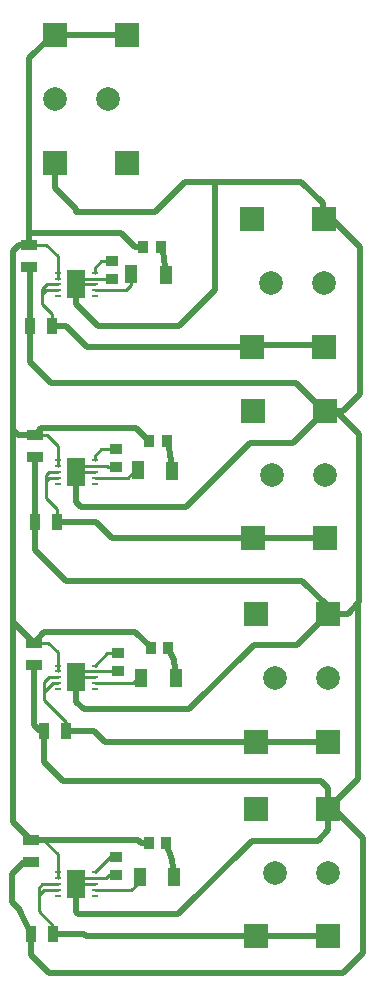
<source format=gtl>
G04 (created by PCBNEW (2013-08-24 BZR 4298)-stable) date Sat 01 Feb 2014 02:51:32 PM PST*
%MOIN*%
G04 Gerber Fmt 3.4, Leading zero omitted, Abs format*
%FSLAX34Y34*%
G01*
G70*
G90*
G04 APERTURE LIST*
%ADD10C,0.005906*%
%ADD11R,0.035400X0.039400*%
%ADD12R,0.039400X0.035400*%
%ADD13C,0.078700*%
%ADD14R,0.078700X0.078700*%
%ADD15R,0.055000X0.035000*%
%ADD16R,0.035000X0.055000*%
%ADD17R,0.039400X0.059100*%
%ADD18R,0.039400X0.061000*%
%ADD19R,0.023622X0.009843*%
%ADD20R,0.059055X0.092520*%
%ADD21C,0.015748*%
%ADD22C,0.019685*%
%ADD23C,0.009843*%
G04 APERTURE END LIST*
G54D10*
G54D11*
X33236Y-51106D03*
X32644Y-51106D03*
X33063Y-31228D03*
X32471Y-31228D03*
X33307Y-44598D03*
X32715Y-44598D03*
X33256Y-37688D03*
X32664Y-37688D03*
G54D12*
X31637Y-45351D03*
X31637Y-44759D03*
X31574Y-38563D03*
X31574Y-37971D03*
X31429Y-32307D03*
X31429Y-31715D03*
X31562Y-52173D03*
X31562Y-51581D03*
G54D13*
X36759Y-38818D03*
G54D14*
X38531Y-40948D03*
X36129Y-40948D03*
X38531Y-36686D03*
X36129Y-36686D03*
G54D13*
X38531Y-38818D03*
X36869Y-45590D03*
G54D14*
X38641Y-47720D03*
X36239Y-47720D03*
X38641Y-43458D03*
X36239Y-43458D03*
G54D13*
X38641Y-45590D03*
X36869Y-52086D03*
G54D14*
X38641Y-54216D03*
X36239Y-54216D03*
X38641Y-49954D03*
X36239Y-49954D03*
G54D13*
X38641Y-52086D03*
G54D15*
X28814Y-44420D03*
X28814Y-45170D03*
G54D13*
X36720Y-32429D03*
G54D14*
X38492Y-34559D03*
X36090Y-34559D03*
X38492Y-30297D03*
X36090Y-30297D03*
G54D13*
X38492Y-32429D03*
G54D15*
X28712Y-50995D03*
X28712Y-51745D03*
X28850Y-37483D03*
X28850Y-38233D03*
X28673Y-31156D03*
X28673Y-31906D03*
G54D16*
X29477Y-54145D03*
X28727Y-54145D03*
X29906Y-47358D03*
X29156Y-47358D03*
X29437Y-33881D03*
X28687Y-33881D03*
X29603Y-40409D03*
X28853Y-40409D03*
G54D13*
X31303Y-26299D03*
G54D14*
X29531Y-24169D03*
X31933Y-24169D03*
X29531Y-28431D03*
X31933Y-28431D03*
G54D13*
X29531Y-26299D03*
G54D17*
X32278Y-38679D03*
G54D18*
X33430Y-38683D03*
G54D17*
X32396Y-45608D03*
G54D18*
X33548Y-45612D03*
G54D17*
X32069Y-32147D03*
G54D18*
X33221Y-32151D03*
G54D17*
X32353Y-52238D03*
G54D18*
X33505Y-52242D03*
G54D19*
X30846Y-52870D03*
X30846Y-52082D03*
X30846Y-52279D03*
X29625Y-52870D03*
X29625Y-52279D03*
X29625Y-52082D03*
X29625Y-52476D03*
X29625Y-52673D03*
X30846Y-52476D03*
X30846Y-52673D03*
G54D20*
X30236Y-52476D03*
G54D21*
X30236Y-52476D03*
X30236Y-52169D03*
X30236Y-52783D03*
G54D19*
X30846Y-32874D03*
X30846Y-32086D03*
X30846Y-32283D03*
X29625Y-32874D03*
X29625Y-32283D03*
X29625Y-32086D03*
X29625Y-32480D03*
X29625Y-32677D03*
X30846Y-32480D03*
X30846Y-32677D03*
G54D20*
X30236Y-32480D03*
G54D21*
X30236Y-32480D03*
X30236Y-32173D03*
X30236Y-32787D03*
G54D19*
X30846Y-39133D03*
X30846Y-38346D03*
X30846Y-38543D03*
X29625Y-39133D03*
X29625Y-38543D03*
X29625Y-38346D03*
X29625Y-38740D03*
X29625Y-38937D03*
X30846Y-38740D03*
X30846Y-38937D03*
G54D20*
X30236Y-38740D03*
G54D21*
X30236Y-38740D03*
X30236Y-38433D03*
X30236Y-39047D03*
G54D19*
X30846Y-45972D03*
X30846Y-45185D03*
X30846Y-45381D03*
X29625Y-45972D03*
X29625Y-45381D03*
X29625Y-45185D03*
X29625Y-45578D03*
X29625Y-45775D03*
X30846Y-45578D03*
X30846Y-45775D03*
G54D20*
X30236Y-45578D03*
G54D21*
X30236Y-45578D03*
X30236Y-45271D03*
X30236Y-45885D03*
G54D22*
X29156Y-47358D02*
X29019Y-47358D01*
X28814Y-47153D02*
X28814Y-45170D01*
X29019Y-47358D02*
X28814Y-47153D01*
X38641Y-49954D02*
X38641Y-49279D01*
X29156Y-48408D02*
X29156Y-47358D01*
X29783Y-49035D02*
X29156Y-48408D01*
X38397Y-49035D02*
X29783Y-49035D01*
X38641Y-49279D02*
X38397Y-49035D01*
X38641Y-49954D02*
X38824Y-49954D01*
X28727Y-54837D02*
X28727Y-54145D01*
X29330Y-55440D02*
X28727Y-54837D01*
X39129Y-55440D02*
X29330Y-55440D01*
X39795Y-54775D02*
X39129Y-55440D01*
X39795Y-50925D02*
X39795Y-54775D01*
X38824Y-49954D02*
X39795Y-50925D01*
X30236Y-38740D02*
X30236Y-39720D01*
X37466Y-37751D02*
X38531Y-36686D01*
X36035Y-37751D02*
X37466Y-37751D01*
X33901Y-39885D02*
X36035Y-37751D01*
X30401Y-39885D02*
X33901Y-39885D01*
X30236Y-39720D02*
X30401Y-39885D01*
X30236Y-45578D02*
X30236Y-46385D01*
X37596Y-44503D02*
X38641Y-43458D01*
X36145Y-44503D02*
X37596Y-44503D01*
X34000Y-46649D02*
X36145Y-44503D01*
X30500Y-46649D02*
X34000Y-46649D01*
X30236Y-46385D02*
X30500Y-46649D01*
X30236Y-52476D02*
X30236Y-53397D01*
X38641Y-50677D02*
X38641Y-49954D01*
X38299Y-51019D02*
X38641Y-50677D01*
X36078Y-51019D02*
X38299Y-51019D01*
X33637Y-53460D02*
X36078Y-51019D01*
X30299Y-53460D02*
X33637Y-53460D01*
X30236Y-53397D02*
X30299Y-53460D01*
X30236Y-32480D02*
X30236Y-33145D01*
X34846Y-32669D02*
X34846Y-29051D01*
X33661Y-33854D02*
X34846Y-32669D01*
X30944Y-33854D02*
X33661Y-33854D01*
X30236Y-33145D02*
X30944Y-33854D01*
G54D23*
X30846Y-38740D02*
X30236Y-38740D01*
X30846Y-38543D02*
X30433Y-38543D01*
X30433Y-38543D02*
X30236Y-38740D01*
X31574Y-38563D02*
X31292Y-38563D01*
X31271Y-38543D02*
X30846Y-38543D01*
X31292Y-38563D02*
X31271Y-38543D01*
X31429Y-32307D02*
X31138Y-32307D01*
X31114Y-32283D02*
X30846Y-32283D01*
X31138Y-32307D02*
X31114Y-32283D01*
X30846Y-32283D02*
X30433Y-32283D01*
X30433Y-32283D02*
X30236Y-32480D01*
X30846Y-32480D02*
X30236Y-32480D01*
G54D22*
X28687Y-33881D02*
X28687Y-31921D01*
X28687Y-31921D02*
X28673Y-31906D01*
X31720Y-35771D02*
X29409Y-35771D01*
X38490Y-36686D02*
X37574Y-35771D01*
X37574Y-35771D02*
X31720Y-35771D01*
X38531Y-36686D02*
X38490Y-36686D01*
X29409Y-35771D02*
X28687Y-35050D01*
X28687Y-35050D02*
X28687Y-33881D01*
X28853Y-40409D02*
X28853Y-38236D01*
X28853Y-38236D02*
X28850Y-38233D01*
X31779Y-42350D02*
X29885Y-42350D01*
X28853Y-41317D02*
X28853Y-40409D01*
X29885Y-42350D02*
X28853Y-41317D01*
X38641Y-43458D02*
X38641Y-43216D01*
X38641Y-43216D02*
X37775Y-42350D01*
X37775Y-42350D02*
X31779Y-42350D01*
G54D23*
X30846Y-45381D02*
X30433Y-45381D01*
X30433Y-45381D02*
X30236Y-45578D01*
X30846Y-45578D02*
X30236Y-45578D01*
X31637Y-45351D02*
X31247Y-45351D01*
X31216Y-45381D02*
X30846Y-45381D01*
X31247Y-45351D02*
X31216Y-45381D01*
G54D22*
X30251Y-32464D02*
X30236Y-32480D01*
X28712Y-51745D02*
X28483Y-51745D01*
X28483Y-51745D02*
X28090Y-52137D01*
X28090Y-52137D02*
X28090Y-53074D01*
X28090Y-53074D02*
X28312Y-53296D01*
X28312Y-53296D02*
X28727Y-54145D01*
G54D23*
X30846Y-52476D02*
X30236Y-52476D01*
X30846Y-52279D02*
X30433Y-52279D01*
X30433Y-52279D02*
X30236Y-52476D01*
X31562Y-52173D02*
X31341Y-52173D01*
X31236Y-52279D02*
X30846Y-52279D01*
X31341Y-52173D02*
X31236Y-52279D01*
G54D22*
X39643Y-43096D02*
X39643Y-48952D01*
X39643Y-48952D02*
X38641Y-49954D01*
X38531Y-36686D02*
X38891Y-36686D01*
X38891Y-36686D02*
X39665Y-37460D01*
X39665Y-37460D02*
X39665Y-43074D01*
X39665Y-43074D02*
X39643Y-43096D01*
X39281Y-43458D02*
X38641Y-43458D01*
X39643Y-43096D02*
X39281Y-43458D01*
X38492Y-30297D02*
X38765Y-30297D01*
X38765Y-30297D02*
X39688Y-31220D01*
X39688Y-31220D02*
X39688Y-36118D01*
X39688Y-36118D02*
X39120Y-36686D01*
X39120Y-36686D02*
X38531Y-36686D01*
X30240Y-30066D02*
X30251Y-30066D01*
X30251Y-30066D02*
X32862Y-30066D01*
X33877Y-29051D02*
X34846Y-29051D01*
X32862Y-30066D02*
X33877Y-29051D01*
X29531Y-28431D02*
X29531Y-29251D01*
X30240Y-29960D02*
X30240Y-30066D01*
X29531Y-29251D02*
X30240Y-29960D01*
X38444Y-29767D02*
X38444Y-30249D01*
X37728Y-29051D02*
X38444Y-29767D01*
X34846Y-29051D02*
X37728Y-29051D01*
X33430Y-38683D02*
X33358Y-38090D01*
X33358Y-38090D02*
X33256Y-37688D01*
X33505Y-52242D02*
X33433Y-51661D01*
X33433Y-51661D02*
X33236Y-51106D01*
X33221Y-32151D02*
X33137Y-31366D01*
X33137Y-31366D02*
X33063Y-31228D01*
X33548Y-45612D02*
X33500Y-45011D01*
X33500Y-45011D02*
X33307Y-44598D01*
G54D23*
X30846Y-32086D02*
X30846Y-31921D01*
X31051Y-31715D02*
X31429Y-31715D01*
X30846Y-31921D02*
X31051Y-31715D01*
X30846Y-38346D02*
X30846Y-38196D01*
X31071Y-37971D02*
X31574Y-37971D01*
X30846Y-38196D02*
X31071Y-37971D01*
X31637Y-44759D02*
X31272Y-44759D01*
X31272Y-44759D02*
X30846Y-45185D01*
X31562Y-51581D02*
X31347Y-51581D01*
X31347Y-51581D02*
X30846Y-52082D01*
X32069Y-32147D02*
X32069Y-32493D01*
X31885Y-32677D02*
X30846Y-32677D01*
X32069Y-32493D02*
X31885Y-32677D01*
X32278Y-38679D02*
X32210Y-38679D01*
X31952Y-38937D02*
X30846Y-38937D01*
X32210Y-38679D02*
X31952Y-38937D01*
X32396Y-45608D02*
X32289Y-45608D01*
X32122Y-45775D02*
X30846Y-45775D01*
X32289Y-45608D02*
X32122Y-45775D01*
X32353Y-52238D02*
X32353Y-52383D01*
X32062Y-52673D02*
X30846Y-52673D01*
X32353Y-52383D02*
X32062Y-52673D01*
X29625Y-32677D02*
X29236Y-32677D01*
X29236Y-32677D02*
X29098Y-32814D01*
X29625Y-32480D02*
X29255Y-32480D01*
X29437Y-33469D02*
X29437Y-33881D01*
X29098Y-33129D02*
X29437Y-33469D01*
X29098Y-32637D02*
X29098Y-32814D01*
X29098Y-32814D02*
X29098Y-33129D01*
X29255Y-32480D02*
X29098Y-32637D01*
G54D22*
X36090Y-34559D02*
X30578Y-34559D01*
X29901Y-33881D02*
X29437Y-33881D01*
X30578Y-34559D02*
X29901Y-33881D01*
X38444Y-34511D02*
X36042Y-34511D01*
G54D23*
X29625Y-38937D02*
X29322Y-38937D01*
X29322Y-38937D02*
X29228Y-39031D01*
X29625Y-38740D02*
X29330Y-38740D01*
X29603Y-39981D02*
X29603Y-40409D01*
X29228Y-39606D02*
X29603Y-39981D01*
X29228Y-38842D02*
X29228Y-39031D01*
X29228Y-39031D02*
X29228Y-39606D01*
X29330Y-38740D02*
X29228Y-38842D01*
G54D22*
X36129Y-40948D02*
X31429Y-40948D01*
X30889Y-40409D02*
X29603Y-40409D01*
X31429Y-40948D02*
X30889Y-40409D01*
X38484Y-40929D02*
X36082Y-40929D01*
G54D23*
X29625Y-45775D02*
X29444Y-45775D01*
X29444Y-45775D02*
X29169Y-46051D01*
X29625Y-45578D02*
X29334Y-45578D01*
X29906Y-47063D02*
X29906Y-47358D01*
X29169Y-46326D02*
X29906Y-47063D01*
X29169Y-45744D02*
X29169Y-46051D01*
X29169Y-46051D02*
X29169Y-46326D01*
X29334Y-45578D02*
X29169Y-45744D01*
G54D22*
X36239Y-47720D02*
X31196Y-47720D01*
X30834Y-47358D02*
X29906Y-47358D01*
X31196Y-47720D02*
X30834Y-47358D01*
X38641Y-47720D02*
X36239Y-47720D01*
G54D23*
X29625Y-52673D02*
X29161Y-52673D01*
X29161Y-52673D02*
X28988Y-52846D01*
X29625Y-52476D02*
X29110Y-52476D01*
X29477Y-53855D02*
X29477Y-54145D01*
X28988Y-53366D02*
X29477Y-53855D01*
X28988Y-52598D02*
X28988Y-52846D01*
X28988Y-52846D02*
X28988Y-53366D01*
X29110Y-52476D02*
X28988Y-52598D01*
G54D22*
X36239Y-54216D02*
X30567Y-54216D01*
X30496Y-54145D02*
X29477Y-54145D01*
X30567Y-54216D02*
X30496Y-54145D01*
X38641Y-54216D02*
X36239Y-54216D01*
X32664Y-37688D02*
X32645Y-37688D01*
X29062Y-37271D02*
X28850Y-37483D01*
X32228Y-37271D02*
X29062Y-37271D01*
X32645Y-37688D02*
X32228Y-37271D01*
X32715Y-44598D02*
X32715Y-44581D01*
X29176Y-44059D02*
X28814Y-44420D01*
X32192Y-44059D02*
X29176Y-44059D01*
X32715Y-44581D02*
X32192Y-44059D01*
X32644Y-51106D02*
X32389Y-51106D01*
X32278Y-50995D02*
X28712Y-50995D01*
X32389Y-51106D02*
X32278Y-50995D01*
X32471Y-31228D02*
X32188Y-31228D01*
X31740Y-30779D02*
X28673Y-30779D01*
X32188Y-31228D02*
X31740Y-30779D01*
G54D23*
X29625Y-38346D02*
X29625Y-37854D01*
X29254Y-37483D02*
X28850Y-37483D01*
X29625Y-37854D02*
X29254Y-37483D01*
X29625Y-38543D02*
X29625Y-38346D01*
X29625Y-32086D02*
X29625Y-31543D01*
X29239Y-31156D02*
X28673Y-31156D01*
X29625Y-31543D02*
X29239Y-31156D01*
X29625Y-32283D02*
X29625Y-32086D01*
X29625Y-45381D02*
X29625Y-45185D01*
X29625Y-45185D02*
X29625Y-44740D01*
X29306Y-44420D02*
X28814Y-44420D01*
X29625Y-44740D02*
X29306Y-44420D01*
X29625Y-52082D02*
X29625Y-51480D01*
X29140Y-50995D02*
X28712Y-50995D01*
X29625Y-51480D02*
X29140Y-50995D01*
X29625Y-52279D02*
X29625Y-52082D01*
G54D22*
X28114Y-43719D02*
X28114Y-50396D01*
X28114Y-50396D02*
X28712Y-50995D01*
X28114Y-37311D02*
X28114Y-43719D01*
X28114Y-43719D02*
X28814Y-44420D01*
X28673Y-31156D02*
X28331Y-31156D01*
X28331Y-31156D02*
X28114Y-31374D01*
X28114Y-31374D02*
X28114Y-37311D01*
X28286Y-37483D02*
X28850Y-37483D01*
X28114Y-37311D02*
X28286Y-37483D01*
X29531Y-24169D02*
X29448Y-24169D01*
X29448Y-24169D02*
X28673Y-24944D01*
X28673Y-24944D02*
X28673Y-30779D01*
X28673Y-30779D02*
X28673Y-31156D01*
X31933Y-24169D02*
X29531Y-24169D01*
M02*

</source>
